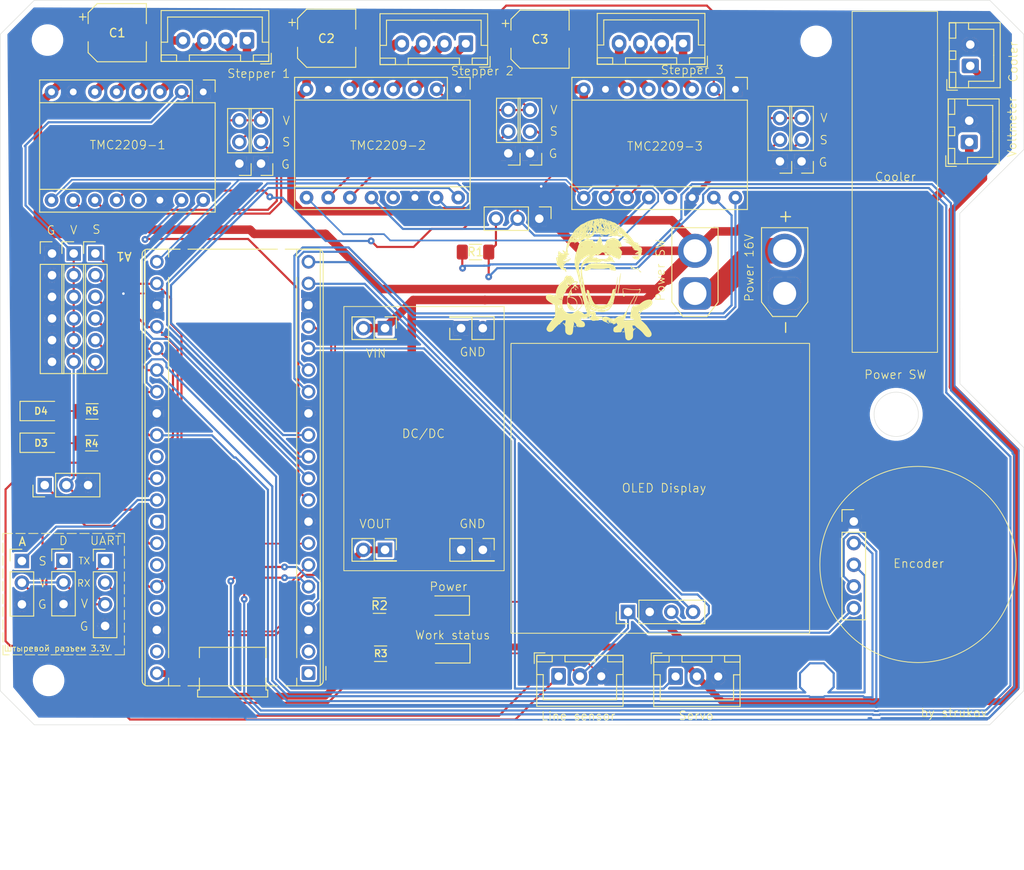
<source format=kicad_pcb>
(kicad_pcb (version 20241229) (generator "pcbnew") (generator_version "9.0")
  (layers (0 "F.Cu" signal) (2 "B.Cu" signal) (13 "F.Paste" user) (15 "B.Paste" user) (5 "F.SilkS" user "F.Silkscreen") (7 "B.SilkS" user "B.Silkscreen") (1 "F.Mask" user) (3 "B.Mask" user) (25 "Edge.Cuts" user))
  (net 0 "")
  (net 2 "GND")
  (net 3 "UARTMOT-TX")
  (net 4 "5V")
  (net 6 "LINE-SENSOR")
  (net 8 "DIR-1")
  (net 9 "ANALOG-CONN")
  (net 10 "PDN")
  (net 11 "UART1-TX")
  (net 12 "DIR-2")
  (net 13 "SCL")
  (net 14 "UART1-RX")
  (net 15 "GPIO18")
  (net 16 "EN")
  (net 17 "SDA")
  (net 18 "STEP-2")
  (net 19 "GPIO21")
  (net 20 "GPIO17")
  (net 22 "3V3")
  (net 23 "GPIO22")
  (net 24 "GPIO19")
  (net 25 "A2")
  (net 26 "DIR-3")
  (net 28 "STEP-3")
  (net 30 "STEP-1")
  (net 32 "GPIO20")
  (net 33 "SERVO")
  (net 35 "M1-1B")
  (net 36 "16V")
  (net 37 "M1-2B")
  (net 38 "M1-1A")
  (net 39 "MS2-1")
  (net 40 "MS1-1")
  (net 41 "M1-2A")
  (net 42 "M2-1B")
  (net 43 "M3-2A")
  (net 44 "M2-1A")
  (net 46 "MS1-2")
  (net 47 "MS2-2")
  (net 48 "MS2-3")
  (net 49 "M3-2B")
  (net 51 "MS1-3")
  (net 52 "M3-1B")
  (net 53 "M3-1A")
  (net 54 "Net-(D1-A)")
  (net 55 "Net-(D2-A)")
  (net 56 "Net-(D3-A)")
  (net 57 "Net-(D4-A)")
  (net 58 "M2-2A")
  (net 59 "M2-2B")
  (net 60 "VIN")
  (net 61 "DIG-CONN")
  (net 62 "UARTMOT-RX")
  (footprint "Capacitor_SMD:CP_Elec_6.3x7.7" (layer "F.Cu") (at 132.92 66.5175)
    (property "Reference" "C1")
    (property "Value" "100uF 25V")
  )
  (footprint "Connector_PinHeader_2.54mm:PinHeader_1x03_P2.54mm_Vertical" (layer "F.Cu") (at 126.62 128.4625)
    (property "Reference" "J14" (hide yes))
    (property "Value" "Digital connector" (hide yes))
  )
  (footprint "Resistor_SMD:R_1206_3216Metric_Pad1.30x1.75mm_HandSolder" (layer "F.Cu") (at 174.9175 92.25)
    (property "Reference" "R1")
    (property "Value" "2.2k")
  )
  (footprint "Connector_JST:JST_XH_B3B-XH-A_1x03_P2.50mm_Vertical" (layer "F.Cu") (at 198.37 142.035)
    (property "Reference" "J11" (hide yes))
    (property "Value" "Servo" (hide yes))
  )
  (footprint "Connector_PinHeader_2.54mm:PinHeader_1x03_P2.54mm_Vertical" (layer "F.Cu") (at 147.235 81.8775 180)
    (property "Reference" "J2" (hide yes))
    (property "Value" "MS1-1 setup")
  )
  (footprint "LED_SMD:LED_1206_3216Metric_Pad1.42x1.75mm_HandSolder" (layer "F.Cu") (at 123.9825 110.895)
    (property "Reference" "D4")
    (property "Value" "LED2" (hide yes))
  )
  (footprint "Connector_PinHeader_2.54mm:PinHeader_1x03_P2.54mm_Vertical" (layer "F.Cu") (at 182.3929 88.3344 -90)
    (property "Reference" "J28" (hide yes))
    (property "Value" "UART conn" (hide yes))
  )
  (footprint "Connector_JST:JST_XH_B4B-XH-A_1x04_P2.50mm_Vertical" (layer "F.Cu") (at 148.125 67.4325 180)
    (property "Reference" "J1" (hide yes))
    (property "Value" "Stepper 1 connector" (hide yes))
  )
  (footprint "Connector_PinHeader_2.54mm:PinHeader_1x05_P2.54mm_Vertical" (layer "F.Cu") (at 219.2625 123.8475)
    (property "Reference" "J16" (hide yes))
    (property "Value" "Encoder connector" (hide yes))
  )
  (footprint "Module:Pololu_Breakout-16_15.2x20.3mm" (layer "F.Cu") (at 172.89 73.16 -90)
    (property "Reference" "A3" (hide yes))
    (property "Value" "TMC2209-2" (hide yes))
  )
  (footprint "Connector_JST:JST_XH_B2B-XH-A_1x02_P2.50mm_Vertical" (layer "F.Cu") (at 232.9175 70.4125 90)
    (property "Reference" "J19" (hide yes))
    (property "Value" "Cooler" (hide yes))
  )
  (footprint "Connector_JST:JST_XH_B4B-XH-A_1x04_P2.50mm_Vertical" (layer "F.Cu") (at 173.78 67.805 180)
    (property "Reference" "J4" (hide yes))
    (property "Value" "Stepper 2 connector" (hide yes))
  )
  (footprint "Connector_PinHeader_2.54mm:PinHeader_1x06_P2.54mm_Vertical" (layer "F.Cu") (at 125.275 92.4225)
    (property "Reference" "J25" (hide yes))
    (property "Value" "GND connector" (hide yes))
  )
  (footprint "Connector_JST:JST_XH_B3B-XH-A_1x03_P2.50mm_Vertical" (layer "F.Cu") (at 184.6575 142.0125)
    (property "Reference" "J12" (hide yes))
    (property "Value" "LINE-SENSOR" (hide yes))
  )
  (footprint "LED_SMD:LED_1206_3216Metric_Pad1.42x1.75mm_HandSolder" (layer "F.Cu") (at 171.7475 133.7175 180)
    (property "Reference" "D1" (hide yes))
    (property "Value" "Power LED" (hide yes))
  )
  (footprint "Connector_PinHeader_2.54mm:PinHeader_1x03_P2.54mm_Vertical" (layer "F.Cu") (at 210.6025 81.6175 180)
    (property "Reference" "J8" (hide yes))
    (property "Value" "MS1-3 setup")
  )
  (footprint "Connector_JST:JST_XH_B2B-XH-A_1x02_P2.50mm_Vertical" (layer "F.Cu") (at 232.795 79.345 90)
    (property "Reference" "J17" (hide yes))
    (property "Value" "Voltmeter" (hide yes))
  )
  (footprint "Connector_PinHeader_2.54mm:PinHeader_1x04_P2.54mm_Vertical" (layer "F.Cu") (at 131.4975 128.4825)
    (property "Reference" "J15" (hide yes))
    (property "Value" "UART connector" (hide yes))
  )
  (footprint "Connector_PinHeader_2.54mm:PinHeader_1x03_P2.54mm_Vertical" (layer "F.Cu") (at 181.3 80.6675 180)
    (property "Reference" "J6" (hide yes))
    (property "Value" "MS2-2 setup")
  )
  (footprint "Connector_AMASS:AMASS_XT30U-F_1x02_P5.0mm_Vertical" (layer "F.Cu") (at 211.1581 97.0992 90)
    (property "Reference" "J10" (hide yes))
    (property "Value" "XT30" (hide yes))
  )
  (footprint "Resistor_SMD:R_1206_3216Metric_Pad1.30x1.75mm_HandSolder" (layer "F.Cu") (at 163.7935 139.3605)
    (property "Reference" "R3")
    (property "Value" "R100")
  )
  (footprint "Capacitor_SMD:CP_Elec_6.3x7.7" (layer "F.Cu") (at 182.4825 67.28)
    (property "Reference" "C3")
    (property "Value" "100uF 25V")
  )
  (footprint "LED_SMD:LED_1206_3216Metric_Pad1.42x1.75mm_HandSolder" (layer "F.Cu") (at 123.9825 114.6175)
    (property "Reference" "D3")
    (property "Value" "LED1" (hide yes))
  )
  (footprint "Connector_AMASS:AMASS_XT30U-F_1x02_P5.0mm_Vertical" (layer "F.Cu") (at 200.6425 97.1025 90)
    (property "Reference" "SW1" (hide yes))
    (property "Value" "Power SW" (hide yes))
  )
  (footprint "Resistor_SMD:R_1206_3216Metric_Pad1.30x1.75mm_HandSolder" (layer "F.Cu") (at 129.9626 110.9458 180)
    (property "Reference" "R5")
    (property "Value" "R100" (hide yes))
  )
  (footprint "Connector_PinHeader_2.54mm:PinHeader_1x03_P2.54mm_Vertical" (layer "F.Cu") (at 149.775 81.875 180)
    (property "Reference" "J3" (hide yes))
    (property "Value" "MS2-1 setup")
  )
  (footprint "Connector_PinHeader_2.54mm:PinHeader_1x06_P2.54mm_Vertical" (layer "F.Cu") (at 127.815 92.42)
    (property "Reference" "J26" (hide yes))
    (property "Value" "3V3 connector" (hide yes))
  )
  (footprint "LED_SMD:LED_1206_3216Metric_Pad1.42x1.75mm_HandSolder" (layer "F.Cu") (at 171.811 139.3155 180)
    (property "Reference" "D2" (hide yes))
    (property "Value" "Status LED" (hide yes))
  )
  (footprint "LOGO" (layer "F.Cu") (at 189.5425 94.955)
    (property "Reference" "G***" (hide yes))
    (property "Value" "LOGO" (hide yes))
  )
  (footprint "Module:Pololu_Breakout-16_15.2x20.3mm" (layer "F.Cu") (at 205.39 73.16 -90)
    (property "Reference" "A4" (hide yes))
    (property "Value" "TMC2209-3" (hide yes))
  )
  (footprint "MountingHole:MountingHole_3.2mm_M3" (layer "F.Cu") (at 214.8125 67.515)
    (property "Reference" "H1" (hide yes))
    (property "Value" "Mount hole" (hide yes))
  )
  (footprint "Connector_PinSocket_2.54mm:PinSocket_2x01_P2.54mm_Vertical" (layer "F.Cu") (at 164.31 101.18)
    (property "Reference" "J21" (hide yes))
    (property "Value" "DC/DC VIN +" (hide yes))
  )
  (footprint "Module:Pololu_Breakout-16_15.2x20.3mm" (layer "F.Cu") (at 143 73.465 -90)
    (property "Reference" "A2" (hide yes))
    (property "Value" "TMC2209-1" (hide yes))
  )
  (footprint "Connector_PinHeader_2.54mm:PinHeader_1x03_P2.54mm_Vertical" (layer "F.Cu") (at 213.1425 81.615 180)
    (property "Reference" "J9" (hide yes))
    (property "Value" "MS2-3 setup")
  )
  (footprint "Connector_PinHeader_2.54mm:PinHeader_1x04_P2.54mm_Vertical" (layer "F.Cu") (at 192.7975 134.46 90)
    (property "Reference" "J18" (hide yes))
    (property "Value" "OLED I2C connector" (hide yes))
  )
  (footprint "MountingHole:MountingHole_3.2mm_M3" (layer "F.Cu") (at 124.8725 142.495)
    (property "Reference" "H4" (hide yes))
    (property "Value" "Mount hole" (hide yes))
  )
  (footprint "Resistor_SMD:R_1206_3216Metric_Pad1.30x1.75mm_HandSolder" (layer "F.Cu") (at 129.92 114.6659 180)
    (property "Reference" "R4")
    (property "Value" "R100" (hide yes))
  )
  (footprint "Connector_PinHeader_2.54mm:PinHeader_1x06_P2.54mm_Vertical" (layer "F.Cu") (at 130.355 92.42)
    (property "Reference" "J20" (hide yes))
    (property "Value" "GPIO connector" (hide yes))
  )
  (footprint "Capacitor_SMD:CP_Elec_6.3x7.7" (layer "F.Cu") (at 157.4675 67.17)
    (property "Reference" "C2")
    (property "Value" "100uF 25V")
  )
  (footprint "Connector_JST:JST_XH_B4B-XH-A_1x04_P2.50mm_Vertical" (layer "F.Cu") (at 199.25 67.7675 180)
    (property "Reference" "J7" (hide yes))
    (property "Value" "Stepper 3 connector" (hide yes))
  )
  (footprint "Module:RaspberryPi_Pico_Common_THT" (layer "F.Cu") (at 155.34 141.6525 180)
    (property "Reference" "A1")
    (property "Value" "RaspberryPi_Pico")
  )
  (footprint "Connector_PinSocket_2.54mm:PinSocket_2x01_P2.54mm_Vertical" (layer "F.Cu") (at 164.31 127.18)
    (property "Reference" "J22" (hide yes))
    (property "Value" "DC/DC OUT +" (hide yes))
  )
  (footprint "Connector_PinHeader_2.54mm:PinHeader_1x03_P2.54mm_Vertical" (layer "F.Cu") (at 124.42 119.585 90)
    (property "Reference" "J27" (hide yes))
    (property "Value" "Analog connector 2" (hide yes))
  )
  (footprint "Connector_PinHeader_2.54mm:PinHeader_1x03_P2.54mm_Vertical" (layer "F.Cu") (at 178.76 80.67 180)
    (property "Reference" "J5" (hide yes))
    (property "Value" "MS1-2 setup")
  )
  (footprint "Connector_PinSocket_2.54mm:PinSocket_2x01_P2.54mm_Vertical" (layer "F.Cu") (at 175.78 127.18)
    (property "Reference" "J24" (hide yes))
    (property "Value" "DC/DC VOUT -" (hide yes))
  )
  (footprint "Connector_PinHeader_2.54mm:PinHeader_1x03_P2.54mm_Vertical" (layer "F.Cu") (at 121.7425 128.4875)
    (property "Reference" "J13" (hide yes))
    (property "Value" "Analog connector" (hide yes))
  )
  (footprint "MountingHole:MountingHole_3.2mm_M3" (layer "F.Cu") (at 124.7425 67.385)
    (property "Reference" "H2" (hide yes))
    (property "Value" "Mount hole" (hide yes))
  )
  (footprint "Connector_PinSocket_2.54mm:PinSocket_2x01_P2.54mm_Vertical" (layer "F.Cu") (at 173.23 101.18 180)
    (property "Reference" "J23" (hide yes))
    (property "Value" "DC/DC VIN -" (hide yes))
  )
  (footprint "MountingHole:MountingHole_3.2mm_M3" (layer "F.Cu") (at 214.93 142.465)
    (property "Reference" "H3" (hide yes))
    (property "Value" "Mount hole" (hide yes))
  )
  (footprint "Resistor_SMD:R_1206_3216Metric_Pad1.30x1.75mm_HandSolder" (layer "F.Cu") (at 163.656 133.7175)
    (property "Reference" "R2")
    (property "Value" "2.2k")
  )
  (gr_rect (start 159.479 98.64) (end 178.275 129.628) (stroke (width 0.1)) (fill no) (layer "F.SilkS"))
  (gr_circle (center 226.7833 128.8959) (end 238.2833 128.8959) (stroke (width 0.1)) (fill no) (layer "F.SilkS"))
  (gr_rect (start 119.53125 125.2575) (end 133.75375 139.4925) (stroke (width 0.1) (type dash)) (fill no) (layer "F.SilkS"))
  (gr_rect (start 219.0725 64.015) (end 229.0725 104.015) (stroke (width 0.1)) (fill no) (layer "F.SilkS"))
  (gr_rect (start 179.0815 102.964) (end 214.0815 136.964) (stroke (width 0.1)) (fill no) (layer "F.SilkS"))
  (gr_poly (pts (xy 235.2 147.7025) (xy 239.2 143.7025) (xy 239.21 115.2025) (xy 231.71 107.7025) (xy 231.6925 87.7075) (xy 239.205 80.2075) (xy 239.1925 66.71) (xy 235.1925 62.71) (xy 123.2 62.71) (xy 119.2 66.71) (xy 119.2 143.71) (xy 123.2 147.71)) (stroke (width 0.05)) (fill no) (layer "Edge.Cuts"))
  (gr_circle (center 224.2375 111.2825) (end 226.8375 111.2825) (stroke (width 0.05)) (fill no) (layer "Edge.Cuts"))
  (gr_text "V\n" (at 183.61 76.17 0) (layer "F.SilkS") (effects (font (size 1 1) (thickness 0.1)) (justify left bottom)))
  (gr_text "S" (at 129.935 90.19 0) (layer "F.SilkS") (effects (font (size 1 1) (thickness 0.1)) (justify left bottom)))
  (gr_text "G\n" (at 152.075 82.5525 0) (layer "F.SilkS") (effects (font (size 1 1) (thickness 0.1)) (justify left bottom)))
  (gr_text "S" (at 183.545 78.675 0) (layer "F.SilkS") (effects (font (size 1 1) (thickness 0.1)) (justify left bottom)))
  (gr_text "Work status" (at 167.765 137.7625 0) (layer "F.SilkS") (effects (font (size 1 1) (thickness 0.1)) (justify left bottom)))
  (gr_text "Stepper 3" (at 196.575 71.4725 0) (layer "F.SilkS") (effects (font (size 1 1) (thickness 0.1)) (justify left bottom)))
  (gr_text "G\n" (at 215.085 82.305 0) (layer "F.SilkS") (effects (font (size 1 1) (thickness 0.1)) (justify left bottom)))
  (gr_text "V\n" (at 152.2475 77.4325 0) (layer "F.SilkS") (effects (font (size 1 1) (thickness 0.1)) (justify left bottom)))
  (gr_text "OLED Display" (at 192 120.52 0) (layer "F.SilkS") (effects (font (size 1 1) (thickness 0.1)) (justify left bottom)))
  (gr_text "G" (at 124.585 90.2825 0) (layer "F.SilkS") (effects (font (size 1 1) (thickness 0.1)) (justify left bottom)))
  (gr_text "Cooler" (at 221.67 84.015 0) (layer "F.SilkS") (effects (font (size 1 1) (thickness 0.1)) (justify left bottom)))
  (gr_text "TX" (at 128.3025 128.945 0) (layer "F.SilkS") (effects (font (size 0.8 0.8) (thickness 0.1)) (justify left bottom)))
  (gr_text "V\n" (at 123.6875 131.6525 0) (layer "F.SilkS") (effects (font (size 1 1) (thickness 0.1)) (justify left bottom)))
  (gr_text "by strukov" (at 227.03 146.865 0) (layer "F.SilkS") (effects (font (size 1 1) (thickness 0.1)) (justify left bottom)))
  (gr_text "GND" (at 173 104.565 0) (layer "F.SilkS") (effects (font (size 1 1) (thickness 0.1)) (justify left bottom)))
  (gr_text "G\n" (at 183.4375 81.29 0) (layer "F.SilkS") (effects (font (size 1 1) (thickness 0.1)) (justify left bottom)))
  (gr_text "VIN" (at 162.0025 104.7175 0) (layer "F.SilkS") (effects (font (size 1 1) (thickness 0.1)) (justify left bottom)))
  (gr_text "RX" (at 128.1525 131.565 0) (layer "F.SilkS") (effects (font (size 0.8 0.8) (thickness 0.1)) (justify left bottom)))
  (gr_text "Line sensor" (at 182.5425 147.2575 0) (layer "F.SilkS") (effects (font (size 1 1) (thickness 0.1)) (justify left bottom)))
  (gr_text "A" (at 121.2625 126.8 0) (layer "F.SilkS") (effects (font (size 1 1)) (justify left bottom)))
  (gr_text "Power SW" (at 220.425 107.2125 0) (layer "F.SilkS") (effects (font (size 1 1) (thickness 0.1)) (justify left bottom)))
  (gr_text "Power 16V" (at 207.59 98.1475 90) (layer "F.SilkS") (effects (font (size 1 1) (thickness 0.1)) (justify left bottom)))
  (gr_text "V\n" (at 215.2675 77.105 0) (layer "F.SilkS") (effects (font (size 1 1) (thickness 0.1)) (justify left bottom)))
  (gr_text "V" (at 128.5825 134.075 0) (layer "F.SilkS") (effects (font (size 1 1) (thickness 0.1)) (justify left bottom)))
  (gr_text "Штыревой разъем 3.3V" (at 119.5525 139.15 0) (layer "F.SilkS") (effects (font (size 0.7 0.7) (thickness 0.1)) (justify left bottom)))
  (gr_text "TMC2209-1" (at 129.62 80.275 0) (layer "F.SilkS") (effects (font (size 1 1) (thickness 0.1)) (justify left bottom)))
  (gr_text "G\n" (at 123.5625 134.1675 0) (layer "F.SilkS") (effects (font (size 1 1) (thickness 0.1)) (justify left bottom)))
  (gr_text "Encoder" (at 223.8275 129.3675 0) (layer "F.SilkS") (effects (font (size 1 1) (thickness 0.1)) (justify left bottom)))
  (gr_text "GND" (at 172.97 124.71 0) (layer "F.SilkS") (effects (font (size 1 1) (thickness 0.1)) (justify left bottom)))
  (gr_text "V" (at 127.32 90.255 0) (layer "F.SilkS") (effects (font (size 1 1) (thickness 0.1)) (justify left bottom)))
  (gr_text "S" (at 152.1825 79.9375 0) (layer "F.SilkS") (effects (font (size 1 1) (thickness 0.1)) (justify left bottom)))
  (gr_text "TMC2209-3" (at 192.6025 80.43 0) (layer "F.SilkS") (effects (font (size 1 1) (thickness 0.1)) (justify left bottom)))
  (gr_text "S" (at 215.1925 79.69 0) (layer "F.SilkS") (effects (font (size 1 1) (thickness 0.1)) (justify left bottom)))
  (gr_text "Stepper 2" (at 171.955 71.595 0) (layer "F.SilkS") (effects (font (size 1 1) (thickness 0.1)) (justify left bottom)))
  (gr_text "TMC2209-2" (at 160.145 80.3325 0) (layer "F.SilkS") (effects (font (size 1 1) (thickness 0.1)) (justify left bottom)))
  (gr_text "Voltmeter" (at 238.4075 81.1925 90) (layer "F.SilkS") (effects (font (size 1 1) (thickness 0.1)) (justify left bottom)))
  (gr_text "S" (at 123.6275 129.0875 0) (layer "F.SilkS") (effects (font (size 1 1) (thickness 0.1)) (justify left bottom)))
  (gr_text "Power" (at 169.465 132.075 0) (layer "F.SilkS") (effects (font (size 1 1) (thickness 0.1)) (justify left bottom)))
  (gr_text "UART" (at 129.67 126.685 0) (layer "F.SilkS") (effects (font (size 1 1) (thickness 0.1)) (justify left bottom)))
  (gr_text "Stepper 1" (at 145.75 71.8975 0) (layer "F.SilkS") (effects (font (size 1 1) (thickness 0.1)) (justify left bottom)))
  (gr_text "VOUT" (at 161.235 124.725 0) (layer "F.SilkS") (effects (font (size 1 1) (thickness 0.1)) (justify left bottom)))
  (gr_text "G" (at 128.465 136.7425 0) (layer "F.SilkS") (effects (font (size 1 1) (thickness 0.1)) (justify left bottom)))
  (gr_text "Power SW" (at 197.1775 98.08 90) (layer "F.SilkS") (effects (font (size 1 1) (thickness 0.1)) (justify left bottom)))
  (gr_text "Cooler" (at 238.5425 72.41 90) (layer "F.SilkS") (effects (font (size 1 1) (thickness 0.1)) (justify left bottom)))
  (gr_text "Servo\n" (at 198.6675 147.2125 0) (layer "F.SilkS") (effects (font (size 1 1) (thickness 0.1)) (justify left bottom)))
  (gr_text "DC/DC" (at 166.22 114.134 0) (layer "F.SilkS") (effects (font (size 1 1) (thickness 0.1)) (justify left bottom)))
  (gr_text "D" (at 126.035 126.6975 0) (layer "F.SilkS") (effects (font (size 1 1) (thickness 0.1)) (justify left bottom)))
  (segment (start 155.34 98.4725) (end 158.46 101.5925) (width 0.2) (layer "F.Cu") (net 2))
  (segment (start 182.7575 76.8175) (end 180.6975 76.8175) (width 0.2) (layer "F.Cu") (net 2))
  (segment (start 210.6025 81.6175) (end 204.5525 81.6175) (width 0.5) (layer "F.Cu") (net 2))
  (segment (start 158.46 101.5925) (end 158.46 133.4525) (width 0.2) (layer "F.Cu") (net 2))
  (segment (start 158.46 133.4525) (end 155.34 136.5725) (width 0.2) (layer "F.Cu") (net 2))
  (segment (start 122.495 107.9025) (end 125.275 105.1225) (width 0.2) (layer "F.Cu") (net 2))
  (segment (start 135.355 66.5675) (end 134.5375 66.5675) (width 0.2) (layer "F.Cu") (net 2))
  (segment (start 122.495 114.6175) (end 122.495 110.895) (width 0.2) (layer "F.Cu") (net 2))
  (segment (start 186.9685 139.3235) (end 189.6575 142.0125) (width 0.2) (layer "F.Cu") (net 2))
  (segment (start 173.235 127.185) (end 173.24 127.18) (width 0.2) (layer "F.Cu") (net 2))
  (segment (start 173.235 133.7175) (end 173.235 127.185) (width 0.2) (layer "F.Cu") (net 2))
  (segment (start 136.1975 97.11) (end 133.65 97.11) (width 0.2) (layer "F.Cu") (net 2))
  (segment (start 185.1825 67.28) (end 190.15 72.2475) (width 1) (layer "F.Cu") (net 2))
  (segment (start 134.5375 66.5675) (end 134.5375 66.6875) (width 0.2) (layer "F.Cu") (net 2))
  (segment (start 122.495 110.895) (end 122.495 107.9025) (width 0.2) (layer "F.Cu") (net 2))
  (segment (start 182.61895 84.54395) (end 184.2925 82.8704) (width 0.2) (layer "F.Cu") (net 2))
  (segment (start 173.3065 139.3235) (end 186.9685 139.3235) (width 0.2) (layer "F.Cu") (net 2))
  (segment (start 173.2985 139.3155) (end 173.3065 139.3235) (width 0.2) (layer "F.Cu") (net 2))
  (segment (start 184.2925 78.3525) (end 182.7575 76.8175) (width 0.2) (layer "F.Cu") (net 2))
  (segment (start 195.3375 134.46) (end 194.1525 133.275) (width 0.2) (layer "F.Cu") (net 2))
  (segment (start 195.795 134.46) (end 195.3375 134.46) (width 0.8) (layer "F.Cu") (net 2))
  (segment (start 157.65 69.6875) (end 157.65 73.16) (width 1) (layer "F.Cu") (net 2))
  (segment (start 203.37 142.035) (end 195.795 134.46) (width 0.8) (layer "F.Cu") (net 2))
  (segment (start 190.15 72.2475) (end 190.15 73.16) (width 1) (layer "F.Cu") (net 2))
  (segment (start 203.37 142.035) (end 202.9125 142.035) (width 0.2) (layer "F.Cu") (net 2))
  (segment (start 180.1 77.415) (end 180.1 79.4675) (width 0.2) (layer "F.Cu") (net 2))
  (segment (start 135.3675 66.58) (end 135.355 66.5675) (width 0.2) (layer "F.Cu") (net 2))
  (segment (start 134.5375 66.6875) (end 127.76 73.465) (width 1) (layer "F.Cu") (net 2))
  (segment (start 184.2925 82.8704) (end 184.2925 78.3525) (width 0.2) (layer "F.Cu") (net 2))
  (segment (start 173.6775 133.275) (end 173.235 133.7175) (width 0.2) (layer "F.Cu") (net 2))
  (segment (start 180.1 79.4675) (end 181.3 80.6675) (width 0.2) (layer "F.Cu") (net 2))
  (segment (start 160.1675 67.17) (end 157.65 69.6875) (width 1) (layer "F.Cu") (net 2))
  (segment (start 194.1525 133.275) (end 173.6775 133.275) (width 0.2) (layer "F.Cu") (net 2))
  (segment (start 204.5525 81.6175) (end 200.31 85.86) (width 0.5) (layer "F.Cu") (net 2))
  (segment (start 180.6975 76.8175) (end 180.1 77.415) (width 0.2) (layer "F.Cu") (net 2))
  (segment (start 137.56 98.4725) (end 136.1975 97.11) (width 0.2) (layer "F.Cu") (net 2))
  (via (at 182.61895 84.54395) (size 0.8) (drill 0.3) (layers "F.Cu" "B.Cu") (net 2))
  (via (at 133.6425 97.1275) (size 0.8) (drill 0.3) (layers "F.Cu" "B.Cu") (net 2))
  (segment (start 133.6475 90.4375) (end 137.92 86.165) (width 0.2) (layer "B.Cu") (net 2))
  (segment (start 231.081 78.559) (end 231.081 107.971) (width 0.2) (layer "B.Cu") (net 2))
  (segment (start 231.081 107.971) (end 238.599347 115.489347) (width 0.2) (layer "B.Cu") (net 2))
  (segment (start 232.795 76.845) (end 231.081 78.559) (width 0.2) (layer "B.Cu") (net 2))
  (segment (start 203.37 142.035) (end 202.044 140.709) (width 0.2) (layer "B.Cu") (net 2))
  (segment (start 238.599347 115.489347) (end 238.599347 142.714246) (width 0.2) (layer "B.Cu") (net 2))
  (segment (start 148.094833 147.107333) (end 137.56 136.5725) (width 0.2) (layer "B.Cu") (net 2))
  (segment (start 156.892 125.4245) (end 155.34 123.8725) (width 0.2) (layer "B.Cu") (net 2))
  (segment (start 155.34 136.5725) (end 156.892 135.0205) (width 0.2) (layer "B.Cu") (net 2))
  (segment (start 133.6425 97.1275) (end 133.6425 90.4375) (width 0.2) (layer "B.Cu") (net 2))
  (segment (start 133.6425 107.255) (end 133.6425 97.1275) (width 0.2) (layer "B.Cu") (net 2))
  (segment (start 238.599347 142.714246) (end 238.599116 143.373649) (width 0.2) (layer "B.Cu") (net 2))
  (segment (start 238.599116 143.373649) (end 234.871243 147.101522) (width 0.2) (layer "B.Cu") (net 2))
  (segment (start 234.871243 147.101522) (end 148.094833 147.107333) (width 0.2) (layer "B.Cu") (net 2))
  (segment (start 155.34 111.1725) (end 157.02 112.8525) (width 0.2) (layer "B.Cu") (net 2))
  (segment (start 182.3929 84.77) (end 182.3929 88.3344) (width 0.2) (layer "B.Cu") (net 2))
  (segment (start 156.892 135.0205) (end 156.892 125.4245) (width 0.2) (layer "B.Cu") (net 2))
  (segment (start 190.961 140.709) (end 189.6575 142.0125) (width 0.2) (layer "B.Cu") (net 2))
  (segment (start 182.61895 84.54395) (end 182.3929 84.77) (width 0.2) (layer "B.Cu") (net 2))
  (segment (start 157.02 122.1925) (end 155.34 123.8725) (width 0.2) (layer "B.Cu") (net 2))
  (segment (start 202.044 140.709) (end 190.961 140.709) (width 0.2) (layer "B.Cu") (net 2))
  (segment (start 137.56 111.1725) (end 133.6425 107.255) (width 0.2) (layer "B.Cu") (net 2))
  (segment (start 133.6425 90.4375) (end 133.6475 90.4375) (width 0.2) (layer "B.Cu") (net 2))
  (segment (start 157.02 112.8525) (end 157.02 122.1925) (width 0.2) (layer "B.Cu") (net 2))
  (segment (start 173.3675 92.25) (end 173.3675 94.1075) (width 0.25) (layer "F.Cu") (net 3))
  (segment (start 147.895 129.1875) (end 146.235 130.8475) (width 0.25) (layer "F.Cu") (net 3))
  (segment (start 152.5275 129.1875) (end 147.895 129.1875) (width 0.25) (layer "F.Cu") (net 3))
  (segment (start 173.3675 94.1075) (end 173.4025 94.1425) (width 0.25) (layer "F.Cu") (net 3))
  (via (at 173.4025 94.1425) (size 0.8) (drill 0.3) (layers "F.Cu" "B.Cu") (net 3))
  (via (at 146.235 130.8475) (size 0.8) (drill 0.3) (layers "F.Cu" "B.Cu") (net 3))
  (via (at 152.5275 129.1875) (size 0.8) (drill 0.3) (layers "F.Cu" "B.Cu") (net 3))
  (segment (start 193.721095 93.6915) (end 199.05 88.362595) (width 0.25) (layer "B.Cu") (net 3))
  (segment (start 234.89681 146.4735) (end 222.33743 146.4735) (width 0.25) (layer "B.Cu") (net 3))
  (segment (start 237.881095 115.706095) (end 237.881095 115.873285) (width 0.25) (layer "B.Cu") (net 3))
  (segment (start 199.05 85.527595) (end 200.294595 84.283) (width 0.25) (layer "B.Cu") (net 3))
  (segment (start 230.655 108.48) (end 237.881095 115.706095) (width 0.25) (layer "B.Cu") (net 3))
  (segment (start 146.235 143.14531) (end 146.235 130.8475) (width 0.25) (layer "B.Cu") (net 3))
  (segment (start 173.6875 93.8575) (end 175.927202 93.8575) (width 0.25) (layer "B.Cu") (net 3))
  (segment (start 238.0785 143.29181) (end 234.89681 146.4735) (width 0.25) (layer "B.Cu") (net 3))
  (segment (start 149.56319 146.4735) (end 146.235 143.14531) (width 0.25) (layer "B.Cu") (net 3))
  (segment (start 176.51 93.8525) (end 176.6625 93.7) (width 0.25) (layer "B.Cu") (net 3))
  (segment (start 176.961798 93.6915) (end 193.721095 93.6915) (width 0.25) (layer "B.Cu") (net 3))
  (segment (start 238.0785 116.07069) (end 238.0785 143.29181) (width 0.25) (layer "B.Cu") (net 3))
  (segment (start 152.5275 129.1875) (end 153.982595 129.1875) (width 0.25) (layer "B.Cu") (net 3))
  (segment (start 221.53238 146.53131) (end 221.47457 146.4735) (width 0.25) (layer "B.Cu") (net 3))
  (segment (start 173.4025 94.1425) (end 173.6875 93.8575) (width 0.25) (layer "B.Cu") (net 3))
  (segment (start 221.47457 146.4735) (end 149.56319 146.4735) (width 0.25) (layer "B.Cu") (net 3))
  (segment (start 199.05 88.362595) (end 199.05 85.527595) (width 0.25) (layer "B.Cu") (net 3))
  (segment (start 176.953298 93.7) (end 176.961798 93.6915) (width 0.25) (layer "B.Cu") (net 3))
  (segment (start 222.27962 146.53131) (end 221.53238 146.53131) (width 0.25) (layer "B.Cu") (net 3))
  (segment (start 200.294595 84.283) (end 228.416937 84.283) (width 0.25) (layer "B.Cu") (net 3))
  (segment (start 155.806405 130.3665) (end 156.466 131.026095) (width 0.25) (layer "B.Cu") (net 3))
  (segment (start 230.655 86.521063) (end 230.655 108.48) (width 0.25) (layer "B.Cu") (net 3))
  (segment (start 237.881095 115.873285) (end 238.0785 116.07069) (width 0.25) (layer "B.Cu") (net 3))
  (segment (start 222.33743 146.4735) (end 222.27962 146.53131) (width 0.25) (layer "B.Cu") (net 3))
  (segment (start 175.927202 93.8575) (end 175.932202 93.8525) (width 0.25) (layer "B.Cu") (net 3))
  (segment (start 156.466 131.026095) (end 156.466 132.9065) (width 0.25) (layer "B.Cu") (net 3))
  (segment (start 153.982595 129.1875) (end 155.161595 130.3665) (width 0.25) (layer "B.Cu") (net 3))
  (segment (start 155.161595 130.3665) (end 155.806405 130.3665) (width 0.25) (layer "B.Cu") (net 3))
  (segment (start 175.932202 93.8525) (end 176.51 93.8525) (width 0.25) (layer "B.Cu") (net 3))
  (segment (start 176.6625 93.7) (end 176.953298 93.7) (width 0.25) (layer "B.Cu") (net 3))
  (segment (start 156.466 132.9065) (end 155.34 134.0325) (width 0.25) (layer "B.Cu") (net 3))
  (segment (start 228.416937 84.283) (end 230.655 86.521063) (width 0.25) (layer "B.Cu") (net 3))
  (segment (start 232.9175 70.4125) (end 234.496 71.991) (width 0.8) (layer "F.Cu") (net 4))
  (segment (start 197.513634 138.5725) (end 200.87 141.928866) (width 0.8) (layer "F.Cu") (net 4))
  (segment (start 161.77 127.18) (end 159.45 129.5) (width 0.8) (layer "F.Cu") (net 4))
  (segment (start 159.45 142.195) (end 157.3 144.345) (width 0.8) (layer "F.Cu") (net 4))
  (segment (start 160.165 136.7125) (end 175.715 136.7125) (width 0.8) (layer "F.Cu") (net 4))
  (segment (start 236.645397 144.982897) (end 203.817897 144.982897) (width 0.8) (layer "F.Cu") (net 4))
  (segment (start 159.45 135.9975) (end 160.165 136.7125) (width 0.8) (layer "F.Cu") (net 4))
  (segment (start 203.817897 144.982897) (end 200.87 142.035) (width 0.8) (layer "F.Cu") (net 4))
  (segment (start 177.575 138.5725) (end 197.513634 138.5725) (width 0.8) (layer "F.Cu") (net 4))
  (segment (start 230.791173 87.334159) (end 230.791173 108.057879) (width 0.8) (layer "F.Cu") (net 4))
  (segment (start 234.496 83.629332) (end 230.791173 87.334159) (width 0.8) (layer "F.Cu") (net 4))
  (segment (start 238.308869 115.575575) (end 238.299131 143.329163) (width 0.8) (layer "F.Cu") (net 4))
  (segment (start 159.45 135.9975) (end 159.45 142.195) (width 0.8) (layer "F.Cu") (net 4))
  (segment (start 141.308712 141.69) (end 137.49 141.69) (width 0.8) (layer "F.Cu") (net 4))
  (segment (start 234.496 71.991) (end 234.496 83.629332) (width 0.8) (layer "F.Cu") (net 4))
  (segment (start 238.299131 143.329163) (end 236.645397 144.982897) (width 0.8) (layer "F.Cu") (net 4))
  (segment (start 159.45 129.5) (end 159.45 135.9975) (width 0.8) (layer "F.Cu") (net 4))
  (segment (start 200.87 141.928866) (end 200.87 142.035) (width 0.8) (layer "F.Cu") (net 4))
  (segment (start 143.963712 144.345) (end 141.308712 141.69) (width 0.8) (layer "F.Cu") (net 4))
  (segment (start 157.3 144.345) (end 143.963712 144.345) (width 0.8) (layer "F.Cu") (net 4))
  (segment (start 175.715 136.7125) (end 177.575 138.5725) (width 0.8) (layer "F.Cu") (net 4))
  (segment (start 230.791173 108.057879) (end 238.308869 115.575575) (width 0.8) (layer "F.Cu") (net 4))
  (segment (start 161.77 127.18) (end 164.31 127.18) (width 0.8) (layer "F.Cu") (net 4))
  (segment (start 131.1625 116.9575) (end 133.035 118.83) (width 0.25) (layer "F.Cu") (net 6))
  (segment (start 122.962014 116.9575) (end 131.1625 116.9575) (width 0.25) (layer "F.Cu") (net 6))
  (segment (start 120.3825 138.445) (end 119.826 137.8885) (width 0.25) (layer "F.Cu") (net 6))
  (segment (start 134.412724 147.080224) (end 125.7775 138.445) (width 0.25) (layer "F.Cu") (net 6))
  (segment (start 184.6575 142.0125) (end 179.589776 147.080224) (width 0.25) (layer "F.Cu") (net 6))
  (segment (start 119.826 137.8885) (end 119.826 120.093514) (width 0.25) (layer "F.Cu") (net 6))
  (segment (start 125.7775 138.445) (end 120.3825 138.445) (width 0.25) (layer "F.Cu") (net 6))
  (segment (start 119.826 120.093514) (end 122.962014 116.9575) (width 0.25) (layer "F.Cu") (net 6))
  (segment (start 133.035 118.83) (end 137.49 118.83) (width 0.25) (layer "F.Cu") (net 6))
  (segment (start 179.589776 147.080224) (end 134.412724 147.080224) (width 0.25) (layer "F.Cu") (net 6))
  (segment (start 137.093595 102.4265) (end 138.974 102.4265) (width 0.25) (layer "B.Cu") (net 8))
  (segment (start 135.913 93.252) (end 135.913 101.245905) (width 0.25) (layer "B.Cu") (net 8))
  (segment (start 143 86.165) (end 135.913 93.252) (width 0.25) (layer "B.Cu") (net 8))
  (segment (start 138.974 102.4265) (end 155.34 118.7925) (width 0.25) (layer "B.Cu") (net 8))
  (segment (start 135.913 101.245905) (end 137.093595 102.4265) (width 0.25) (layer "B.Cu") (net 8))
  (segment (start 125.7725 124.4575) (end 132.1875 124.4575) (width 0.25) (layer "B.Cu") (net 9))
  (segment (start 121.7425 128.4875) (end 125.7725 124.4575) (width 0.25) (layer "B.Cu") (net 9))
  (segment (start 135.3125 121.3325) (end 137.56 121.3325) (width 0.25) (layer "B.Cu") (net 9))
  (segment (start 132.1875 124.4575) (end 135.3125 121.3325) (width 0.25) (layer "B.Cu") (net 9))
  (segment (start 167.6675 91.6475) (end 169.79 89.525) (width 0.25) (layer "F.Cu") (net 10))
  (segment (start 176.597062 86.42) (end 179.16 86.42) (width 0.25) (layer "F.Cu") (net 10))
  (segment (start 150.0765 85.039) (end 133.966 85.039) (width 0.25) (layer "F.Cu") (net 10))
  (segment (start 179.8529 87.1129) (end 179.8529 88.3344) (width 0.25) (layer "F.Cu") (net 10))
  (segment (start 133.966 85.039) (end 132.84 86.165) (width 0.25) (layer "F.Cu") (net 10))
  (segment (start 173.492062 89.525) (end 176.597062 86.42) (width 0.25) (layer "F.Cu") (net 10))
  (segment (start 163.385 91.6475) (end 167.6675 91.6475) (width 0.25) (layer "F.Cu") (net 10))
  (segment (start 162.6825 90.945) (end 163.385 91.6475) (width 0.25) (layer "F.Cu") (net 10))
  (segment (start 179.16 86.42) (end 179.8529 87.1129) (width 0.25) (layer "F.Cu") (net 10))
  (segment (start 150.8075 85.77) (end 150.0765 85.039) (width 0.25) (layer "F.Cu") (net 10))
  (segment (start 169.79 89.525) (end 173.492062 89.525) (width 0.25) (layer "F.Cu") (net 10))
  (via (at 162.6825 90.945) (size 0.8) (drill 0.3) (layers "F.Cu" "B.Cu") (net 10))
  (via (at 150.8075 85.77) (size 0.8) (drill 0.3) (layers "F.Cu" "B.Cu") (net 10))
  (segment (start 150.92 85.8825) (end 152.2975 85.8825) (width 0.25) (layer "B.Cu") (net 10))
  (segment (start 150.8075 85.77) (end 150.92 85.8825) (width 0.25) (layer "B.Cu") (net 10))
  (segment (start 181.8285 90.31) (end 190.78 90.31) (width 0.25) (layer "B.Cu") (net 10))
  (segment (start 178.6548 89.5325) (end 166.4025 89.5325) (width 0.25) (layer "B.Cu") (net 10))
  (segment (start 152.2975 85.8825) (end 157.36 90.945) (width 0.25) (layer "B.Cu") (net 10))
  (segment (start 166.4025 89.5325) (end 162.73 85.86) (width 0.25) (layer "B.Cu") (net 10))
  (segment (start 179.8529 88.3344) (end 181.8285 90.31) (width 0.25) (layer "B.Cu") (net 10))
  (segment (start 179.8529 88.3344) (end 178.6548 89.5325) (width 0.25) (layer "B.Cu") (net 10))
  (segment (start 190.78 90.31) (end 195.23 85.86) (width 0.25) (layer "B.Cu") (net 10))
  (segment (start 157.36 90.945) (end 162.6825 90.945) (width 0.25) (layer "B.Cu") (net 10))
  (segment (start 151.31 136.7525) (end 152.42 135.6425) (width 0.2) (layer "F.Cu") (net 11))
  (segment (start 131.02074 132.4115) (end 132.3194 132.4115) (width 0.2) (layer "F.Cu") (net 11))
  (segment (start 135.3029 135.395) (end 144.3325 135.395) (width 0.2) (layer "F.Cu") (net 11))
  (segment (start 130.3465 129.6335) (end 130.3465 131.73726) (width 0.2) (layer "F.Cu") (net 11))
  (segment (start 152.42 131.84) (end 155.27 128.99) (width 0.2) (layer "F.Cu") (net 11))
  (segment (start 144.3325 135.395) (end 145.69 136.7525) (width 0.2) (layer "F.Cu") (net 11))
  (segment (start 130.3465 131.73726) (end 131.02074 132.4115) (width 0.2) (layer "F.Cu") (net 11))
  (segment (start 131.4975 128.4825) (end 130.3465 129.6335) (width 0.2) (layer "F.Cu") (net 11))
  (segment (start 152.42 135.6425) (end 152.42 131.84) (width 0.2) (layer "F.Cu") (net 11))
  (segment (start 145.69 136.7525) (end 151.31 136.7525) (width 0.2) (layer "F.Cu") (net 11))
  (segment (start 132.3194 132.4115) (end 135.3029 135.395) (width 0.2) (layer "F.Cu") (net 11))
  (segment (start 139.224 96.130413) (end 139.224 100.574692) (width 0.25) (layer "B.Cu") (net 12))
  (segment (start 172.89 85.86) (end 171.764 84.734) (width 0.25) (layer "B.Cu") (net 12))
  (segment (start 152.361808 113.7125) (end 155.34 113.7125) (width 0.25) (layer "B.Cu") (net 12))
  (segment (start 139.224 100.574692) (end 152.361808 113.7125) (width 0.25) (layer "B.Cu") (net 12))
  (segment (start 150.620413 84.734) (end 139.224 96.130413) (width 0.25) (layer "B.Cu") (net 12))
  (segment (start 171.764 84.734) (end 150.620413 84.734) (width 0.25) (layer "B.Cu") (net 12))
  (segment (start 160.0975 93.43) (end 155.27 93.43) (width 0.25) (layer "B.Cu") (net 13))
  (segment (start 202.275 134.6225) (end 202.275 133.7525) (width 0.25) (layer "B.Cu") (net 13))
  (segment (start 197.8775 134.46) (end 199.0535 135.636) (width 0.25) (layer "B.Cu") (net 13))
  (segment (start 199.0825 132.415) (end 160.0975 93.43) (width 0.25) (layer "B.Cu") (net 13))
  (segment (start 200.9375 132.415) (end 199.0825 132.415) (width 0.25) (layer "B.Cu") (net 13))
  (segment (start 199.0535 135.636) (end 201.2615 135.636) (width 0.25) (layer "B.Cu") (net 13))
  (segment (start 202.275 133.7525) (end 200.9375 132.415) (width 0.25) (layer "B.Cu") (net 13))
  (segment (start 201.2615 135.636) (end 202.275 134.6225) (width 0.25) (layer "B.Cu") (net 13))
  (segment (start 149.243081 126.45) (end 155.27 126.45) (width 0.2) (layer "F.Cu") (net 14))
  (segment (start 143.062081 132.631) (end 149.243081 126.45) (width 0.2) (layer "F.Cu") (net 14))
  (segment (start 131.4975 131.0225) (end 133.106 132.631) (width 0.2) (layer "F.Cu") (net 14))
  (segment (start 133.106 132.631) (end 143.062081 132.631) (width 0.2) (layer "F.Cu") (net 14))
  (segment (start 137.49 101.05) (end 136.445 101.05) (width 0.25) (layer "F.Cu") (net 15))
  (segment (start 138.444 117.416) (end 139.9965 115.8635) (width 0.25) (layer "F.Cu") (net 15))
  (segment (start 136.445 101.05) (end 130.355 94.96) (width 0.25) (layer "F.Cu") (net 15))
  (segment (start 139.9965 103.5565) (end 137.49 101.05) (width 0.25) (layer "F.Cu") (net 15))
  (segment (start 131.47 114.6659) (end 134.2201 117.416) (width 0.25) (layer "F.Cu") (net 15))
  (segment (start 134.2201 117.416) (end 138.444 117.416) (width 0.25) (layer "F.Cu") (net 15))
  (segment (start 139.9965 115.8635) (end 139.9965 103.5565) (width 0.25) (layer "F.Cu") (net 15))
  (segment (start 187.61 85.86) (end 185.519 83.769) (width 0.2) (layer "B.Cu") (net 16))
  (segment (start 196.331 85.40395) (end 195.68605 84.759) (width 0.2) (layer "B.Cu") (net 16))
  (segment (start 164.9275 90.8925) (end 191.75455 90.8925) (width 0.2) (layer "B.Cu") (net 16))
  (segment (start 162.749943 90.1625) (end 162.762443 90.15) (width 0.2) (layer "B.Cu") (net 16))
  (segment (start 162.762443 90.15) (end 164.185 90.15) (width 0.2) (layer "B.Cu") (net 16))
  (segment (start 191.75455 90.8925) (end 196.331 86.31605) (width 0.2) (layer "B.Cu") (net 16))
  (segment (start 159.4125 90.1625) (end 162.749943 90.1625) (width 0.2) (layer "B.Cu") (net 16))
  (segment (start 127.616 83.769) (end 125.22 86.165) (width 0.2) (layer "B.Cu") (net 16))
  (segment (start 196.331 86.31605) (end 196.331 85.40395) (width 0.2) (layer "B.Cu") (net 16))
  (segment (start 195.68605 84.759) (end 188.711 84.759) (width 0.2) (layer "B.Cu") (net 16))
  (segment (start 164.185 90.15) (end 164.9275 90.8925) (width 0.2) (layer "B.Cu") (net 16))
  (segment (start 155.11 85.86) (end 159.4125 90.1625) (width 0.2) (layer "B.Cu") (net 16))
  (segment (start 185.519 83.769) (end 147.1835 83.769) (width 0.2) (layer "B.Cu") (net 16))
  (segment (start 188.711 84.759) (end 187.61 85.86) (width 0.2) (layer "B.Cu") (net 16))
  (segment (start 147.1835 83.769) (end 137.56 93.3925) (width 0.2) (layer "B.Cu") (net 16))
  (segment (start 147.1835 83.769) (end 127.616 83.769) (width 0.2) (layer "B.Cu") (net 16))
  (segment (start 161.9275 95.97) (end 155.27 95.97) (width 0.25) (layer "B.Cu") (net 17))
  (segment (start 200.4175 134.46) (end 161.9275 95.97) (width 0.25) (layer "B.Cu") (net 17))
  (segment (start 154.263998 116.2525) (end 155.34 116.2525) (width 0.25) (layer "B.Cu") (net 18))
  (segment (start 171.476 86.986) (end 173.356405 86.986) (width 0.25) (layer "B.Cu") (net 18))
  (segment (start 170.35 85.86) (end 171.476 86.986) (width 0.25) (layer "B.Cu") (net 18))
  (segment (start 174.016 86.326405) (end 174.016 85.393595) (width 0.25) (layer "B.Cu") (net 18))
  (segment (start 174.016 85.393595) (end 172.817405 84.195) (width 0.25) (layer "B.Cu") (net 18))
  (segment (start 138.773 100.761502) (end 154.263998 116.2525) (width 0.25) (layer "B.Cu") (net 18))
  (segment (start 150.521603 84.195) (end 138.773 95.943603) (width 0.25) (layer "B.Cu") (net 18))
  (segment (start 173.356405 86.986) (end 174.016 86.326405) (width 0.25) (layer "B.Cu") (net 18))
  (segment (start 138.773 95.943603) (end 138.773 100.761502) (width 0.25) (layer "B.Cu") (net 18))
  (segment (start 172.817405 84.195) (end 150.521603 84.195) (width 0.25) (layer "B.Cu") (net 18))
  (segment (start 137.49 108.67) (end 136.445 108.67) (width 0.25) (layer "F.Cu") (net 19))
  (segment (start 136.445 108.67) (end 130.355 102.58) (width 0.25) (layer "F.Cu") (net 19))
  (segment (start 138.686 105.261) (end 138.2575 104.8325) (width 0.25) (layer "B.Cu") (net 19))
  (segment (start 216.289486 143.9) (end 216.906 143.283486) (width 0.25) (layer "B.Cu") (net 19))
  (segment (start 220.53 143.9) (end 216.289486 143.9) (width 0.25) (layer "B.Cu") (net 19))
  (segment (start 213.570514 143.9) (end 153.12031 143.9) (width 0.25) (layer "B.Cu") (net 19))
  (segment (start 219.2625 128.9275) (end 220.53 130.195) (width 0.25) (layer "B.Cu") (net 19))
  (segment (start 151.5435 118.591095) (end 138.686 105.733595) (width 0.25) (layer "B.Cu") (net 19))
  (segment (start 136.364 107.544) (end 137.49 108.67) (width 0.25) (layer "B.Cu") (net 19))
  (segment (start 138.2575 104.8325) (end 136.985 104.8325) (width 0.25) (layer "B.Cu") (net 19))
  (segment (start 212.954 141.646514) (end 212.954 143.283486) (width 0.25) (layer "B.Cu") (net 19))
  (segment (start 151.5435 142.32319) (end 151.5435 118.591095) (width 0.25) (layer "B.Cu") (net 19))
  (segment (start 153.12031 143.9) (end 151.5435 142.32319) (width 0.25) (layer "B.Cu") (net 19))
  (segment (start 212.954 143.283486) (end 213.570514 143.9) (width 0.25) (layer "B.Cu") (net 19))
  (segment (start 215.748486 140.489) (end 214.111514 140.489) (width 0.25) (layer "B.Cu") (net 19))
  (segment (start 216.906 143.283486) (end 216.906 141.646514) (width 0.25) (layer "B.Cu") (net 19))
  (segment (start 138.686 105.733595) (end 138.686 105.261) (width 0.25) (layer "B.Cu") (net 19))
  (segment (start 136.985 104.8325) (end 136.364 105.4535) (width 0.25) (layer "B.Cu") (net 19))
  (segment (start 220.53 130.195) (end 220.53 143.9) (width 0.25) (layer "B.Cu") (net 19))
  (segment (start 214.111514 140.489) (end 212.954 141.646514) (width 0.25) (layer "B.Cu") (net 19))
  (segment (start 216.906 141.646514) (end 215.748486 140.489) (width 0.25) (layer "B.Cu") (net 19))
  (segment (start 136.364 105.4535) (end 136.364 107.544) (width 0.25) (layer "B.Cu") (net 19))
  (segment (start 139.25 100.600692) (end 139.224 100.574692) (width 0.25) (layer "F.Cu") (net 20))
  (segment (start 133.3625 119.956) (end 138.5915 119.956) (width 0.25) (layer "F.Cu") (net 20))
  (segment (start 124.26031 134.5575) (end 124.165 134.5575) (width 0.25) (layer "F.Cu") (net 20))
  (segment (start 140.4475 101.905692) (end 139.25 100.708192) (width 0.25) (layer "F.Cu") (net 20))
  (segment (start 139.224 97.704) (end 137.49 95.97) (width 0.25) (layer "F.Cu") (net 20))
  (segment (start 138.5915 119.956) (end 140.4475 118.1) (width 0.25) (layer "F.Cu") (net 20))
  (segment (start 139.224 100.574692) (end 139.224 97.704) (width 0.25) (layer "F.Cu") (net 20))
  (segment (start 121.8625 119.7905) (end 123.244 118.409) (width 0.25) (layer "F.Cu") (net 20))
  (segment (start 157.62143 145.121) (end 134.82381 145.121) (width 0.25) (layer "F.Cu") (net 20))
  (segment (start 140.4475 118.1) (end 140.4475 101.905692) (width 0.25) (layer "F.Cu") (net 20))
  (segment (start 162.2435 139.3605) (end 162.2435 140.49893) (width 0.25) (layer "F.Cu") (net 20))
  (segment (start 124.165 134.5575) (end 124.165 122.9225) (width 0.25) (layer "F.Cu") (net 20))
  (segment (start 124.165 122.9225) (end 121.8625 120.62) (width 0.25) (layer "F.Cu") (net 20))
  (segment (start 123.244 118.409) (end 131.8155 118.409) (width 0.25) (layer "F.Cu") (net 20))
  (segment (start 137.49 95.97) (end 133.905 95.97) (width 0.25) (layer "F.Cu") (net 20))
  (segment (start 121.8625 120.62) (end 121.8625 119.7905) (width 0.25) (layer "F.Cu") (net 20))
  (segment (start 131.8155 118.409) (end 133.3625 119.956) (width 0.25) (layer "F.Cu") (net 20))
  (segment (start 162.2435 140.49893) (end 157.62143 145.121) (width 0.25) (layer "F.Cu") (net 20))
  (segment (start 139.25 100.708192) (end 139.25 100.600692) (width 0.25) (layer "F.Cu") (net 20))
  (segment (start 134.82381 145.121) (end 124.26031 134.5575) (width 0.25) (layer "F.Cu") (net 20))
  (segment (start 133.905 95.97) (end 130.355 92.42) (width 0.25) (layer "F.Cu") (net 20))
  (segment (start 172.78 75.59) (end 178.76 75.59) (width 0.25) (layer "F.Cu") (net 22))
  (segment (start 139.66592 129.35408) (end 137.49 131.53) (width 0.25) (layer "F.Cu") (net 22))
  (segment (start 181.3 75.5875) (end 177.6065 71.894) (width 0.25) (layer "F.Cu") (net 22))
  (segment (start 181.2975 75.59) (end 181.3 75.5875) (width 0.25) (layer "F.Cu") (net 22))
  (segment (start 147.235 76.7975) (end 144.0805 76.7975) (width 0.25) (layer "F.Cu") (net 22))
  (segment (start 126.96 119.585) (end 129.836402 122.461402) (width 0.25) (layer "F.Cu") (net 22))
  (segment (start 177.6065 64.256) (end 178.5225 63.34) (width 0.25) (layer "F.Cu") (net 22))
  (segment (start 185.8565 140.7115) (end 183.591 140.7115) (width 0.25) (layer "F.Cu") (net 22))
  (segment (start 178.5225 63.34) (end 202.035 63.34) (width 0.25) (layer "F.Cu") (net 22))
  (segment (start 131.4975 133.5625) (end 129.0975 131.1625) (width 0.25) (layer "F.Cu") (net 22))
  (segment (start 187.1575 142.0125) (end 185.8565 140.7115) (width 0.25) (layer "F.Cu") (net 22))
  (segment (start 135.598914 146.629224) (end 123.714 134.74431) (width 0.25) (layer "F.Cu") (net 22))
  (segment (start 177.6065 71.894) (end 177.6065 64.256) (width 0.25) (layer "F.Cu") (net 22))
  (segment (start 130.1075 125.9) (end 133.26 125.9) (width 0.25) (layer "F.Cu") (net 22))
  (segment (start 129.0975 126.91) (end 130.1075 125.9) (width 0.25) (layer "F.Cu") (net 22))
  (segment (start 178.76 75.59) (end 181.2975 75.59) (width 0.25) (layer "F.Cu") (net 22))
  (segment (start 129.836402 122.461402) (end 138.886402 122.461402) (width 0.25) (layer "F.Cu") (net 22))
  (segment (start 139.66592 123.24092) (end 139.66592 129.35408) (width 0.25) (layer "F.Cu") (net 22))
  (segment (start 140.748 73.465) (end 140.46 73.465) (width 0.25) (layer "F.Cu") (net 22))
  (segment (start 202.85 64.155) (end 202.85 73.16) (width 0.25) (layer "F.Cu") (net 22))
  (segment (start 174.206936 65.944) (end 175.056 66.793064) (width 0.25) (layer "F.Cu") (net 22))
  (segment (start 123.714 132.999) (end 121.7425 131.0275) (width 0.25) (layer "F.Cu") (net 22))
  (segment (start 170.35 73.16) (end 172.78 75.59) (width 0.25) (layer "F.Cu") (net 22))
  (segment (start 175.056 66.793064) (end 175.056 68.816936) (width 0.25) (layer "F.Cu") (net 22))
  (segment (start 170.712936 73.16) (end 170.35 73.16) (width 0.25) (layer "F.Cu") (net 22))
  (segment (start 210.605 76.535) (end 210.6025 76.5375) (width 0.25) (layer "F.Cu") (net 22))
  (segment (start 177.673276 146.629224) (end 135.598914 146.629224) (width 0.25) (layer "F.Cu") (net 22))
  (segment (start 144.0805 76.7975) (end 140.748 73.465) (width 0.25) (layer "F.Cu") (net 22))
  (segment (start 149.775 76.795) (end 149.775 69.149564) (width 0.25) (layer "F.Cu") (net 22))
  (segment (start 123.714 134.74431) (end 123.714 132.999) (width 0.25) (layer "F.Cu") (net 22))
  (segment (start 147.2375 76.795) (end 147.235 76.7975) (width 0.25) (layer "F.Cu") (net 22))
  (segment (start 202.85 73.16) (end 206.2275 76.5375) (width 0.25) (layer "F.Cu") (net 22))
  (segment (start 152.980564 65.944) (end 174.206936 65.944) (width 0.25) (layer "F.Cu") (net 22))
  (segment (start 149.775 69.149564) (end 152.980564 65.944) (width 0.25) (layer "F.Cu") (net 22))
  (segment (start 202.035 63.34) (end 202.85 64.155) (width 0.25) (layer "F.Cu") (net 22))
  (segment (start 127.815 100.04) (end 127.815 97.5) (width 0.25) (layer "F.Cu") (net 22))
  (segment (start 127.815 102.58) (end 127.815 105.12) (width 0.25) (layer "F.Cu") (net 22))
  (segment (start 126.62 131.0025) (end 129.18 133.5625) (width 0.25) (layer "F.Cu") (net 22))
  (segment (start 126.595 131.0275) (end 126.62 131.0025) (width 0.25) (layer "F.Cu") (net 22))
  (segment (start 129.18 133.5625) (end 131.4975 133.5625) (width 0.25) (layer "F.Cu") (net 22))
  (segment (start 138.886402 122.461402) (end 139.66592 123.24092) (width 0.25) (layer "F.Cu") (net 22))
  (segment (start 127.815 94.96) (end 127.815 92.42) (width 0.25) (layer "F.Cu") (net 22))
  (segment (start 127.815 97.5) (end 127.815 94.96) (width 0.25) (layer "F.Cu") (net 22))
  (segment (start 134.18 129.02) (end 136.69 131.53) (width 0.25) (layer "F.Cu") (net 22))
  (segment (start 129.0975 131.1625) (end 129.0975 126.91) (width 0.25) (layer "F.Cu") (net 22))
  (segment (start 183.591 140.7115) (end 177.673276 146.629224) (width 0.25) (layer "F.Cu") (net 22))
  (segment (start 133.26 125.9) (end 134.18 126.82) (width 0.25) (layer "F.Cu") (net 22))
  (segment (start 134.18 126.82) (end 134.18 129.02) (width 0.25) (layer "F.Cu") (net 22))
  (segment (start 127.815 102.58) (end 127.815 100.04) (width 0.25) (layer "F.Cu") (net 22))
  (segment (start 175.056 68.816936) (end 170.712936 73.16) (width 0.25) (layer "F.Cu") (net 22))
  (segment (start 149.775 76.795) (end 147.2375 76.795) (width 0.25) (layer "F.Cu") (net 22))
  (segment (start 206.2275 76.5375) (end 210.6025 76.5375) (width 0.25) (layer "F.Cu") (net 22))
  (segment (start 213.1425 76.535) (end 210.605 76.535) (width 0.25) (layer "F.Cu") (net 22))
  (segment (start 127.815 92.42) (end 122.17 86.775) (width 0.25) (layer "B.Cu") (net 22))
  (segment (start 192.7975 136.3725) (end 187.1575 142.0125) (width 0.25) (layer "B.Cu") (net 22))
  (segment (start 216.3675 136.9025) (end 219.2625 134.0075) (width 0.25) (layer "B.Cu") (net 22))
  (segment (start 126.96 119.585) (end 127.815 118.73) (width 0.25) (layer "B.Cu") (net 22))
  (segment (start 192.7975 134.46) (end 192.7975 136.3725) (width 0.25) (layer "B.Cu") (net 22))
  (segment (start 136.9 77.025) (end 140.46 73.465) (width 0.25) (layer "B.Cu") (net 22))
  (segment (start 127.815 118.73) (end 127.815 105.12) (width 0.25) (layer "B.Cu") (net 22))
  (segment (start 126.62 131.0025) (end 121.7675 131.0025) (width 0.25) (layer "B.Cu") (net 22))
  (segment (start 124.8725 77.025) (end 136.9 77.025) (width 0.25) (layer "B.Cu") (net 22))
  (segment (start 122.17 86.775) (end 122.17 79.9075) (width 0.25) (layer "B.Cu") (net 22))
  (segment (start 195.24 136.9025) (end 216.3675 136.9025) (width 0.25) (layer "B.Cu") (net 22))
  (segment (start 121.7675 131.0025) (end 121.7425 131.0275) (width 0.25) (layer "B.Cu") (net 22))
  (segment (start 122.08 79.8175) (end 124.8725 77.025) (width 0.25) (layer "B.Cu") (net 22))
  (segment (start 122.17 79.9075) (end 122.08 79.8175) (width 0.25) (layer "B.Cu") (net 22))
  (segment (start 192.7975 134.46) (end 195.24 136.9025) (width 0.25) (layer "B.Cu") (net 22))
  (segment (start 130.355 107.415) (end 130.355 105.12) (width 0.25) (layer "F.Cu") (net 23))
  (segment (start 136.69 113.75) (end 130.355 107.415) (width 0.25) (layer "F.Cu") (net 23))
  (segment (start 221.906 127.367884) (end 221.906 144.72731) (width 0.25) (layer "B.Cu") (net 23))
  (segment (start 152.86969 144.925) (end 150.581 142.63631) (width 0.25) (layer "B.Cu") (net 23))
  (segment (start 150.581 120.126) (end 146.8025 116.3475) (width 0.25) (layer "B.Cu") (net 23))
  (segment (start 221.906 144.72731) (end 221.64181 144.9915) (width 0.25) (layer "B.Cu") (net 23))
  (segment (start 221.20169 144.925) (end 152.86969 144.925) (width 0.25) (layer "B.Cu") (net 23))
  (segment (start 219.749616 125.2115) (end 221.906 127.367884) (width 0.25) (layer "B.Cu") (net 23))
  (segment (start 218.0865 125.900384) (end 218.775384 125.2115) (width 0.25) (layer "B.Cu") (net 23))
  (segment (start 218.0865 130.2915) (end 218.0865 125.900384) (width 0.25) (layer "B.Cu") (net 23))
  (segment (start 221.26819 144.9915) (end 221.20169 144.925) (width 0.25) (layer "B.Cu") (net 23))
  (segment (start 144.025 113.75) (end 137.49 113.75) (width 0.25) (layer "B.Cu") (net 23))
  (segment (start 219.2625 131.4675) (end 218.0865 130.2915) (width 0.25) (layer "B.Cu") (net 23))
  (segment (start 221.64181 144.9915) (end 221.26819 144.9915) (width 0.25) (layer "B.Cu") (net 23))
  (segment (start 146.8025 116.3475) (end 146.6225 116.3475) (width 0.25) (layer "B.Cu") (net 23))
  (segment (start 150.581 142.63631) (end 150.581 120.126) (width 0.25) (layer "B.Cu") (net 23))
  (segment (start 218.775384 125.2115) (end 219.749616 125.2115) (width 0.25) (layer "B.Cu") (net 23))
  (segment (start 146.6225 116.3475) (end 144.025 113.75) (width 0.25) (layer "B.Cu") (net 23))
  (segment (start 139.452033 105.449533) (end 137.5925 103.59) (width 0.25) (layer "F.Cu") (net 24))
  (segment (start 139.452033 113.927967) (end 139.452033 105.449533) (width 0.25) (layer "F.Cu") (net 24))
  (segment (start 135.423594 114.876) (end 138.504 114.876) (width 0.25) (layer "F.Cu") (net 24))
  (segment (start 136.445 103.59) (end 130.355 97.5) (width 0.25) (layer "F.Cu") (net 24))
  (segment (start 131.5126 110.9458) (end 131.5126 110.965006) (width 0.25) (layer "F.Cu") (net 24))
  (segment (start 137.5925 103.59) (end 136.445 103.59) (width 0.25) (layer "F.Cu") (net 24))
  (segment (start 138.504 114.876) (end 139.452033 113.927967) (width 0.25) (layer "F.Cu") (net 24))
  (segment (start 131.5126 110.965006) (end 135.423594 114.876) (width 0.25) (layer "F.Cu") (net 24))
  (segment (start 134.6075 124.3675) (end 136.69 126.45) (width 0.25) (layer "F.Cu") (net 25))
  (segment (start 129.2025 124.3675) (end 134.6075 124.3675) (width 0.25) (layer "F.Cu") (net 25))
  (segment (start 124.42 119.585) (end 129.2025 124.3675) (width 0.25) (layer "F.Cu") (net 25))
  (segment (start 154.139 92.86881) (end 154.139 104.999) (width 0.25) (layer "B.Cu") (net 26))
  (segment (start 167.58781 99.8975) (end 159.91031 92.22) (width 0.25) (layer "B.Cu") (net 26))
  (segment (start 159.91031 92.22) (end 154.78781 92.22) (width 0.25) (layer "B.Cu") (net 26))
  (segment (start 205.39 98.6725) (end 204.165 99.8975) (width 0.25) (layer "B.Cu") (net 26))
  (segment (start 204.165 99.8975) (end 167.58781 99.8975) (width 0.25) (layer "B.Cu") (net 26))
  (segment (start 154.78781 92.22) (end 154.139 92.86881) (width 0.25) (layer "B.Cu") (net 26))
  (segment (start 154.139 104.999) (end 155.27 106.13) (width 0.25) (layer "B.Cu") (net 26))
  (segment (start 205.39 85.86) (end 205.39 98.6725) (width 0.25) (layer "B.Cu") (net 26))
  (segment (start 202.85 85.86) (end 204.939 87.949) (width 0.25) (layer "B.Cu") (net 28))
  (segment (start 202.273758 99.4285) (end 198.3165 99.4285) (width 0.25) (layer "B.Cu") (net 28))
  (segment (start 202.255758 99.4465) (end 202.273758 99.4285) (width 0.25) (layer "B.Cu") (net 28))
  (segment (start 153.685 92.685) (end 153.685 107.085) (width 0.25) (layer "B.Cu") (net 28))
  (segment (start 204.939 87.949) (end 204.939 98.48569) (width 0.25) (layer "B.Cu") (net 28))
  (segment (start 198.3165 99.4285) (end 198.3165 99.4465) (width 0.25) (layer "B.Cu") (net 28))
  (segment (start 153.685 107.085) (end 155.27 108.67) (width 0.25) (layer "B.Cu") (net 28))
  (segment (start 204.939 98.48569) (end 203.97819 99.4465) (width 0.25) (layer "B.Cu") (net 28))
  (segment (start 167.77462 99.4465) (end 160.03562 91.7075) (width 0.25) (layer "B.Cu") (net 28))
  (segment (start 160.03562 91.7075) (end 154.6625 91.7075) (width 0.25) (layer "B.Cu") (net 28))
  (segment (start 203.97819 99.4465) (end 202.255758 99.4465) (width 0.25) (layer "B.Cu") (net 28))
  (segment (start 154.6625 91.7075) (end 153.685 92.685) (width 0.25) (layer "B.Cu") (net 28))
  (segment (start 198.3165 99.4465) (end 167.77462 99.4465) (width 0.25) (layer "B.Cu") (net 28))
  (segment (start 154.139 96.593413) (end 154.139 120.239) (width 0.25) (layer "F.Cu") (net 30))
  (segment (start 154.139 120.239) (end 155.27 121.37) (width 0.25) (layer "F.Cu") (net 30))
  (segment (start 136.1775 90.6125) (end 136.28 90.715) (width 0.25) (layer "F.Cu") (net 30))
  (segment (start 136.1775 90.765) (end 136.1775 90.6125) (width 0.25) (layer "F.Cu") (net 30))
  (segment (start 136.28 90.715) (end 148.260587 90.715) (width 0.25) (layer "F.Cu") (net 30))
  (segment (start 148.260587 90.715) (end 154.139 96.593413) (width 0.25) (layer "F.Cu") (net 30))
  (via (at 136.1775 90.765) (size 0.8) (drill 0.3) (layers "F.Cu" "B.Cu") (net 30))
  (segment (start 136.1775 90.765) (end 140.46 86.4825) (width 0.25) (layer "B.Cu") (net 30))
  (segment (start 140.46 86.4825) (end 140.46 86.165) (width 0.25) (layer "B.Cu") (net 30))
  (segment (start 137.47 106.11) (end 136.425 106.11) (width 0.25) (layer "F.Cu") (net 32))
  (segment (start 137.49 106.13) (end 137.47 106.11) (width 0.25) (layer "F.Cu") (net 32))
  (segment (start 136.425 106.11) (end 130.355 100.04) (width 0.25) (layer "F.Cu") (net 32))
  (segment (start 221.455 127.6275) (end 221.455 144.5405) (width 0.25) (layer "B.Cu") (net 32))
  (segment (start 151.0925 142.51) (end 151.0925 119.7325) (width 0.25) (layer "B.Cu") (net 32))
  (segment (start 221.455 144.5405) (end 221.3885 144.474) (width 0.25) (layer "B.Cu") (net 32))
  (segment (start 220.3635 144.351) (end 215.838486 144.351) (width 0.25) (layer "B.Cu") (net 32))
  (segment (start 152.9335 144.351) (end 151.0925 142.51) (width 0.25) (layer "B.Cu") (net 32))
  (segment (start 221.3885 144.474) (end 220.4865 144.474) (width 0.25) (layer "B.Cu") (net 32))
  (segment (start 220.4865 144.474) (end 220.3635 144.351) (width 0.25) (layer "B.Cu") (net 32))
  (segment (start 219.2625 126.3875) (end 220.215 126.3875) (width 0.25) (layer "B.Cu") (net 32))
  (segment (start 214.021514 144.351) (end 152.9335 144.351) (width 0.25) (layer "B.Cu") (net 32))
  (segment (start 220.215 126.3875) (end 221.455 127.6275) (width 0.25) (layer "B.Cu") (net 32))
  (segment (start 214.111514 144.441) (end 214.021514 144.351) (width 0.25) (layer "B.Cu") (net 32))
  (segment (start 151.0925 119.7325) (end 137.49 106.13) (width 0.25) (layer "B.Cu") (net 32))
  (segment (start 215.838486 144.351) (end 215.748486 144.441) (width 0.25) (layer "B.Cu") (net 32))
  (segment (start 215.748486 144.441) (end 214.111514 144.441) (width 0.25) (layer "B.Cu") (net 32))
  (segment (start 168.87219 103.5525) (end 155.34 103.5525) (width 0.25) (layer "B.Cu") (net 33))
  (segment (start 198.37 142.035) (end 196.956 143.449) (width 0.25) (layer "B.Cu") (net 33))
  (segment (start 179.5325 143.449) (end 179.5325 114.21281) (width 0.25) (layer "B.Cu") (net 33))
  (segment (start 196.956 143.449) (end 179.5325 143.449) (width 0.25) (layer "B.Cu") (net 33))
  (segment (start 179.5325 114.21281) (end 168.87219 103.5525) (width 0.25) (layer "B.Cu") (net 33))
  (segment (start 139.5275 71.8575) (end 137.92 73.465) (width 1) (layer "F.Cu") (net 35))
  (segment (start 146.585 71.8575) (end 139.5275 71.8575) (width 1) (layer "F.Cu") (net 35))
  (segment (start 148.125 67.4325) (end 148.125 70.3175) (width 1) (layer "F.Cu") (net 35))
  (segment (start 148.125 70.3175) (end 146.585 71.8575) (width 1) (layer "F.Cu") (net 35))
  (segment (start 187.61 73.16) (end 185.6625 73.16) (width 1) (layer "F.Cu") (net 36))
  (segment (start 129.785 68.9) (end 129.785 66.7625) (width 1) (layer "F.Cu") (net 36))
  (segment (start 176.2135 85.494) (end 174.2465 87.461) (width 1) (layer "F.Cu") (net 36))
  (segment (start 176.0225 97.8925) (end 176.0025 97.8725) (width 1) (layer "F.Cu") (net 36))
  (segment (start 186.009 85.196844) (end 187.61 83.595844) (width 1) (layer "F.Cu") (net 36))
  (segment (start 136.86605 89.629) (end 136.63855 89.4015) (width 1) (layer "F.Cu") (net 36))
  (segment (start 155.11 67.5125) (end 154.7675 67.17) (width 1) (layer "F.Cu") (net 36))
  (segment (start 154.446844 87.461) (end 153.3475 86.361656) (width 1) (layer "F.Cu") (net 36))
  (segment (start 197.395 95.35) (end 196.1575 96.5875) (width 1) (layer "F.Cu") (net 36))
  (segment (start 167.44125 98.04875) (end 164.31 101.18) (width 1) (layer "F.Cu") (net 36))
  (segment (start 174.2465 87.461) (end 154.446844 87.461) (width 1) (layer "F.Cu") (net 36))
  (segment (start 184.4375 89.2925) (end 184.4375 86.5325) (width 1) (layer "F.Cu") (net 36))
  (segment (start 187.045 88.52) (end 186.009 87.484) (width 1) (layer "F.Cu") (net 36))
  (segment (start 200.6425 92.1025) (end 200.6425 91.245) (width 1) (layer "F.Cu") (net 36))
  (segment (start 155.11 73.16) (end 155.11 67.5125) (width 1) (layer "F.Cu") (net 36))
  (segment (start 176.0425 97.8725) (end 176.0225 97.8925) (width 1) (layer "F.Cu") (net 36))
  (segment (start 200.6425 92.1025) (end 194.8725 97.8725) (width 1) (layer "F.Cu") (net 36))
  (segment (start 232.795 79.345) (end 232.795 81.915) (width 1) (layer "F.Cu") (net 36))
  (segment (start 187.61 83.595844) (end 187.61 73.16) (width 1) (layer "F.Cu") (net 36))
  (segment (start 125.2875 90.115) (end 123.619 88.4465) (width 1) (layer "F.Cu") (net 36))
  (segment (start 179.543562 85.494) (end 176.2135 85.494) (width 1) (layer "F.Cu") (net 36))
  (segment (start 200.6425 92.1025) (end 197.395 95.35) (width 1.5) (layer "F.Cu") (net 36))
  (segment (start 153.3475 86.361656) (end 153.3475 74.9225) (width 1) (layer "F.Cu") (net 36))
  (segment (start 202.9175 89.8275) (end 200.6425 92.1025) (width 1) (layer "F.Cu") (net 36))
  (segment (start 135.72645 89.4015) (end 135.0815 90.04645) (width 1) (layer "F.Cu") (net 36))
  (segment (start 200.6425 91.245) (end 197.9175 88.52) (width 1) (layer "F.Cu") (net 36))
  (segment (start 123.619 75.066) (end 125.22 73.465) (width 1) (layer "F.Cu") (net 36))
  (segment (start 123.619 88.4465) (end 123.619 75.066) (width 1) (layer "F.Cu") (net 36))
  (segment (start 129.785 66.7625) (end 129.9675 66.58) (width 1) (layer "F.Cu") (net 36))
  (segment (start 148.970149 90.115) (end 148.484149 89.629) (width 1) (layer "F.Cu") (net 36))
  (segment (start 161.77 101.18) (end 164.31 101.18) (width 1) (layer "F.Cu") (net 36))
  (segment (start 184.4375 86.5325) (end 183.7325 85.8275) (width 1) (layer "F.Cu") (net 36))
  (segment (start 183.7325 85.8275) (end 179.877062 85.8275) (width 1) (layer "F.Cu") (net 36))
  (segment (start 167.6175 97.8725) (end 167.44125 98.04875) (width 1) (layer "F.Cu") (net 36))
  (segment (start 185.6625 73.16) (end 179.7825 67.28) (width 1) (layer "F.Cu") (net 36))
  (segment (start 135.0815 90.04645) (end 135.0815 90.115) (width 1) (layer "F.Cu") (net 36))
  (segment (start 205.515 89.8275) (end 202.9175 89.8275) (width 1) (layer "F.Cu") (net 36))
  (segment (start 125.22 73.465) (end 129.785 68.9) (width 1) (layer "F.Cu") (net 36))
  (segment (start 187.2475 92.1025) (end 184.4375 89.2925) (width 1) (layer "F.Cu") (net 36))
  (segment (start 228.43 86.28) (end 209.0625 86.28) (width 1) (layer "F.Cu") (net 36))
  (segment (start 197.9175 88.52) (end 187.045 88.52) (width 1) (layer "F.Cu") (net 36))
  (segment (start 167.44125 128.38225) (end 167.44125 98.04875) (width 1) (layer "F.Cu") (net 36))
  (segment (start 200.6425 92.1025) (end 187.2475 92.1025) (width 1) (layer "F.Cu") (net 36))
  (segment (start 196.1575 96.5875) (end 163.8025 96.5875) (width 1) (layer "F.Cu") (net 36))
  (segment (start 135.0815 90.115) (end 125.2875 90.115) (width 1) (layer "F.Cu") (net 36))
  (segment (start 176.0025 97.8725) (end 167.6175 97.8725) (width 1) (layer "F.Cu") (net 36))
  (segment (start 153.3475 74.9225) (end 155.11 73.16) (width 1) (layer "F.Cu") (net 36))
  (segment (start 162.106 133.7175) (end 167.44125 128.38225) (width 1) (layer "F.Cu") (net 36))
  (segment (start 186.009 87.484) (end 186.009 85.196844) (width 1) (layer "F.Cu") (net 36))
  (segment (start 163.8025 96.5875) (end 157.33 90.115) (width 1) (layer "F.Cu") (net 36))
  (segment (start 157.33 90.115) (end 148.970149 90.115) (width 1) (layer "F.Cu") (net 36))
  (segment (start 194.8725 97.8725) (end 176.0425 97.8725) (width 1) (layer "F.Cu") (net 36))
  (segment (start 148.484149 89.629) (end 136.86605 89.629) (width 1) (layer "F.Cu") (net 36))
  (segment (start 209.0625 86.28) (end 205.515 89.8275) (width 1) (layer "F.Cu") (net 36))
  (segment (start 136.63855 89.4015) (end 135.72645 89.4015) (width 1) (layer "F.Cu") (net 36))
  (segment (start 232.795 81.915) (end 228.43 86.28) (width 1) (layer "F.Cu") (net 36))
  (segment (start 179.877062 85.8275) (end 179.543562 85.494) (width 1) (layer "F.Cu") (net 36))
  (segment (start 134.503 69.262) (end 130.3 73.465) (width 1) (layer "F.Cu") (net 37))
  (segment (start 136.577266 69.262) (end 134.503 69.262) (width 1) (layer "F.Cu") (net 37))
  (segment (start 138.406766 67.4325) (end 136.577266 69.262) (width 1) (layer "F.Cu") (net 37))
  (segment (start 140.625 67.4325) (end 138.406766 67.4325) (width 1) (layer "F.Cu") (net 37))
  (segment (start 137.681108 71.864) (end 136.981 71.864) (width 1) (layer "F.Cu") (net 38))
  (segment (start 145.625 67.836) (end 146.824 69.035) (width 1) (layer "F.Cu") (net 38))
  (segment (start 136.981 71.864) (end 135.38 73.465) (width 1) (layer "F.Cu") (net 38))
  (segment (start 146.824 69.035) (end 146.824 69.778608) (width 1) (layer "F.Cu") (net 38))
  (segment (start 145.625 67.4325) (end 145.625 67.836) (width 1) (layer "F.Cu") (net 38))
  (segment (start 138.988608 70.5565) (end 137.681108 71.864) (width 1) (layer "F.Cu") (net 38))
  (segment (start 146.046108 70.5565) (end 138.988608 70.5565) (width 1) (layer "F.Cu") (net 38))
  (segment (start 146.824 69.778608) (end 146.046108 70.5565) (width 1) (layer "F.Cu") (net 38))
  (segment (start 151.6225 86.255) (end 151.6225 81.1825) (width 0.25) (layer "F.Cu") (net 39))
  (segment (start 150.5865 87.291) (end 151.6225 86.255) (width 0.25) (layer "F.Cu") (net 39))
  (segment (start 130.3 86.165) (end 131.426 87.291) (width 0.25) (layer "F.Cu") (net 39))
  (segment (start 151.6225 81.1825) (end 149.775 79.335) (width 0.25) (layer "F.Cu") (net 39))
  (segment (start 131.426 87.291) (end 150.5865 87.291) (width 0.25) (layer "F.Cu") (net 39))
  (segment (start 150.77331 87.742) (end 152.1375 86.37781) (width 0.25) (layer "F.Cu") (net 40))
  (segment (start 150.262116 78.159) (end 148.4135 78.159) (width 0.25) (layer "F.Cu") (net 40))
  (segment (start 152.1375 80.034384) (end 150.262116 78.159) (width 0.25) (layer "F.Cu") (net 40))
  (segment (start 129.337 87.742) (end 150.77331 87.742) (width 0.25) (layer "F.Cu") (net 40))
  (segment (start 148.4135 78.159) (end 147.235 79.3375) (width 0.25) (layer "F.Cu") (net 40))
  (segment (start 152.1375 86.37781) (end 152.1375 80.034384) (width 0.25) (layer "F.Cu") (net 40))
  (segment (start 127.76 86.165) (end 129.337 87.742) (width 0.25) (layer "F.Cu") (net 40))
  (segment (start 141.3075 69.25) (end 138.4305 69.25) (width 1) (layer "F.Cu") (net 41))
  (segment (start 134.467446 71.837554) (end 132.84 73.465) (width 1) (layer "F.Cu") (net 41))
  (segment (start 136.442108 70.563) (end 135.167554 71.837554) (width 1) (layer "F.Cu") (net 41))
  (segment (start 135.167554 71.837554) (end 134.467446 71.837554) (width 1) (layer "F.Cu") (net 41))
  (segment (start 138.4305 69.25) (end 137.1175 70.563) (width 1) (layer "F.Cu") (net 41))
  (segment (start 143.125 67.4325) (end 141.3075 69.25) (width 1) (layer "F.Cu") (net 41))
  (segment (start 137.1175 70.563) (end 136.442108 70.563) (width 1) (layer "F.Cu") (net 41))
  (segment (start 169.411 71.559) (end 167.81 73.16) (width 1) (layer "F.Cu") (net 42))
  (segment (start 173.78 67.805) (end 170.026 71.559) (width 1) (layer "F.Cu") (net 42))
  (segment (start 170.026 71.559) (end 169.411 71.559) (width 1) (layer "F.Cu") (net 42))
  (segment (start 194.25 67.7675) (end 194.25 72.18) (width 1) (layer "F.Cu") (net 43))
  (segment (start 194.25 72.18) (end 195.23 73.16) (width 1) (layer "F.Cu") (net 43))
  (segment (start 168.2415 70.1885) (end 165.27 73.16) (width 1) (layer "F.Cu") (net 44))
  (segment (start 168.8965 70.1885) (end 168.2415 70.1885) (width 1) (layer "F.Cu") (net 44))
  (segment (start 171.28 67.805) (end 168.8965 70.1885) (width 1) (layer "F.Cu") (net 44))
  (segment (start 174.375 82.515) (end 160.995 82.515) (width 0.25) (layer "F.Cu") (net 46))
  (segment (start 178.76 78.13) (end 174.375 82.515) (width 0.25) (layer "F.Cu") (net 46))
  (segment (start 160.995 82.515) (end 157.65 85.86) (width 0.25) (layer "F.Cu") (net 46))
  (segment (start 182.175 78.1275) (end 183.3025 79.255) (width 0.25) (layer "F.Cu") (net 47))
  (segment (start 182.45 83.3175) (end 162.7325 83.3175) (width 0.25) (layer "F.Cu") (net 47))
  (segment (start 183.3025 79.255) (end 183.3025 82.465) (width 0.25) (layer "F.Cu") (net 47))
  (segment (start 183.3025 82.465) (end 182.45 83.3175) (width 0.25) (layer "F.Cu") (net 47))
  (segment (start 162.7325 83.3175) (end 160.19 85.86) (width 0.25) (layer "F.Cu") (net 47))
  (segment (start 181.3 78.1275) (end 182.175 78.1275) (width 0.25) (layer "F.Cu") (net 47))
  (segment (start 211.776 80.4415) (end 213.1425 79.075) (width 0.25) (layer "F.Cu") (net 48))
  (segment (start 192.69 85.86) (end 198.1085 80.4415) (width 0.25) (layer "F.Cu") (net 48))
  (segment (start 198.1085 80.4415) (end 211.776 80.4415) (width 0.25) (layer "F.Cu") (net 48))
  (segment (start 191.75 67.7675) (end 191.75 72.22) (width 1) (layer "F.Cu") (net 49))
  (segment (start 191.75 72.22) (end 192.69 73.16) (width 1) (layer "F.Cu") (net 49))
  (segment (start 196.035 79.975) (end 209.705 79.975) (width 0.25) (layer "F.Cu") (net 51))
  (segment (start 209.705 79.975) (end 210.6025 79.0775) (width 0.25) (layer "F.Cu") (net 51))
  (segment (start 190.15 85.86) (end 196.035 79.975) (width 0.25) (layer "F.Cu") (net 51))
  (segment (start 199.25 72.1) (end 200.31 73.16) (width 1) (layer "F.Cu") (net 52))
  (segment (start 199.25 67.7675) (end 199.25 72.1) (width 1) (layer "F.Cu") (net 52))
  (segment (start 196.75 67.7675) (end 196.75 72.14) (width 1) (layer "F.Cu") (net 53))
  (segment (start 196.75 72.14) (end 197.77 73.16) (width 1) (layer "F.Cu") (net 53))
  (segment (start 165.206 133.7175) (end 170.26 133.7175) (width 0.25) (layer "F.Cu") (net 54))
  (segment (start 170.3235 139.3155) (end 165.3885 139.3155) (width 0.25) (layer "F.Cu") (net 55))
  (segment (start 165.3885 139.3155) (end 165.3435 139.3605) (width 0.2) (layer "F.Cu") (net 55))
  (segment (start 128.37 114.6659) (end 125.5184 114.6659) (width 0.2) (layer "F.Cu") (net 56))
  (segment (start 125.5184 114.6659) (end 125.47 114.6175) (width 0.2) (layer "F.Cu") (net 56))
  (segment (start 125.47 110.895) (end 128.3618 110.895) (width 0.2) (layer "F.Cu") (net 57))
  (segment (start 128.3618 110.895) (end 128.4126 110.9458) (width 0.2) (layer "F.Cu") (net 57))
  (segment (start 166.2925 69.5975) (end 162.73 73.16) (width 1) (layer "F.Cu") (net 58))
  (segment (start 166.9875 69.5975) (end 166.2925 69.5975) (width 1) (layer "F.Cu") (net 58))
  (segment (start 168.78 67.805) (end 166.9875 69.5975) (width 1) (layer "F.Cu") (net 58))
  (segment (start 165.545 67.805) (end 160.19 73.16) (width 1) (layer "F.Cu") (net 59))
  (segment (start 166.28 67.805) (end 165.545 67.805) (width 1) (layer "F.Cu") (net 59))
  (segment (start 202.81 97.1025) (end 200.6425 97.1025) (width 3) (layer "F.Cu") (net 60))
  (segment (start 211.1581 92.0992) (end 207.8133 92.0992) (width 3) (layer "F.Cu") (net 60))
  (segment (start 207.8133 92.0992) (end 202.81 97.1025) (width 3) (layer "F.Cu") (net 60))
  (segment (start 151.486455 137.1785) (end 152.846 135.818954) (width 0.25) (layer "F.Cu") (net 61))
  (segment (start 152.846 135.818954) (end 152.846 132.016454) (width 0.25) (layer "F.Cu") (net 61))
  (segment (start 130.67812 140.3375) (end 140.307608 140.3375) (width 0.25) (layer "F.Cu") (net 61))
  (segment (start 124.616 134.27538) (end 130.67812 140.3375) (width 0.25) (layer "F.Cu") (net 61))
  (segment (start 158.001 129.451406) (end 158.001 102.981) (width 0.25) (layer "F.Cu") (net 61))
  (segment (start 126.62 128.4625) (end 124.616 130.4665) (width 0.25) (layer "F.Cu") (net 61))
  (segment (start 124.616 130.4665) (end 124.616 134.27538) (width 0.25) (layer "F.Cu") (net 61))
  (segment (start 152.846 132.016454) (end 154.746454 130.116) (width 0.25) (layer "F.Cu") (net 61))
  (segment (start 158.001 102.981) (end 156.07 101.05) (width 0.25) (layer "F.Cu") (net 61))
  (segment (start 140.307608 140.3375) (end 143.466608 137.1785) (width 0.25) (layer "F.Cu") (net 61))
  (segment (start 143.466608 137.1785) (end 151.486455 137.1785) (width 0.25) (layer "F.Cu") (net 61))
  (segment (start 154.746454 130.116) (end 157.336406 130.116) (width 0.25) (layer "F.Cu") (net 61))
  (segment (start 157.336406 130.116) (end 158.001 129.451406) (width 0.25) (layer "F.Cu") (net 61))
  (segment (start 152.26 130.45) (end 152.255 130.445) (width 0.25) (layer "F.Cu") (net 62))
  (segment (start 176.4675 94.0825) (end 176.4675 92.25) (width 0.25) (layer "F.Cu") (net 62))
  (segment (start 152.535 130.45) (end 152.26 130.45) (width 0.25) (layer "F.Cu") (net 62))
  (segment (start 152.255 130.445) (end 148.365 130.445) (width 0.25) (layer "F.Cu") (net 62))
  (segment (start 177.3129 88.3344) (end 177.3129 91.4046) (width 0.25) (layer "F.Cu") (net 62))
  (segment (start 177.3129 91.4046) (end 176.4675 92.25) (width 0.25) (layer "F.Cu") (net 62))
  (segment (start 176.4625 95.155) (end 176.4625 94.0875) (width 0.25) (layer "F.Cu") (net 62))
  (segment (start 147.8025 131.0075) (end 147.8025 132.97) (width 0.25) (layer "F.Cu") (net 62))
  (segment (start 176.4625 94.0875) (end 176.4675 94.0825) (width 0.25) (layer "F.Cu") (net 62))
  (segment (start 148.365 130.445) (end 147.8025 131.0075) (width 0.25) (layer "F.Cu") (net 62))
  (via (at 176.4625 95.155) (size 0.8) (drill 0.3) (layers "F.Cu" "B.Cu") (net 62))
  (via (at 152.535 130.45) (size 0.8) (drill 0.3) (layers "F.Cu" "B.Cu") (net 62))
  (via (at 147.8025 132.97) (size 0.8) (drill 0.3) (layers "F.Cu" "B.Cu") (net 62))
  (segment (start 147.8025 144.075) (end 147.8025 132.97) (width 0.25) (layer "B.Cu") (net 62))
  (segment (start 202.383595 84.734) (end 228.0565 84.734) (width 0.25) (layer "B.Cu") (net 62))
  (segment (start 221.66138 146.0225) (end 149.75 146.0225) (width 0.25) (layer "B.Cu") (net 62))
  (segment (start 230.1025 86.78) (end 230.1025 108.7325) (width 0.25) (layer "B.Cu") (net 62))
  (segment (start 201.6 85.517595) (end 202.383595 84.734) (width 0.25) (layer "B.Cu") (net 62))
  (segment (start 177.475 94.1425) (end 193.907905 94.1425) (width 0.25) (layer "B.Cu") (net 62))
  (segment (start 222.09281 146.08031) (end 221.71919 146.08031) (width 0.25) (layer "B.Cu") (net 62))
  (segment (start 221.71919 146.08031) (end 221.66138 146.0225) (width 0.25) (layer "B.Cu") (net 62))
  (segment (start 228.0565 84.734) (end 230.1025 86.78) (width 0.25) (layer "B.Cu") (net 62))
  (segment (start 234.71 146.0225) (end 222.15062 146.0225) (width 0.25) (layer "B.Cu") (net 62))
  (segment (start 193.907905 94.1425) (end 201.6 86.450405) (width 0.25) (layer "B.Cu") (net 62))
  (segment (start 154.2975 130.45) (end 155.34 131.4925) (width 0.25) (layer "B.Cu") (net 62))
  (segment (start 237.6275 116.2575) (end 237.6275 143.105) (width 0.25) (layer "B.Cu") (net 62))
  (segment (start 237.6275 143.105) (end 234.71 146.0225) (width 0.25) (layer "B.Cu") (net 62))
  (segment (start 222.15062 146.0225) (end 222.09281 146.08031) (width 0.25) (layer "B.Cu") (net 62))
  (segment (start 149.75 146.0225) (end 147.8025 144.075) (width 0.25) (layer "B.Cu") (net 62))
  (segment (start 230.1025 108.7325) (end 237.6275 116.2575) (width 0.25) (layer "B.Cu") (net 62))
  (segment (start 176.4625 95.155) (end 177.475 94.1425) (width 0.25) (layer "B.Cu") (net 62))
  (segment (start 201.6 86.450405) (end 201.6 85.517595) (width 0.25) (layer "B.Cu") (net 62))
  (segment (start 152.535 130.45) (end 154.2975 130.45) (width 0.25) (layer "B.Cu") (net 62))
  (zone (net 2) (net_name "GND") (layer "B.Cu") (name "GND") (connect_pads (clearance 0)) (min_thickness 0.25) (fill yes (thermal_gap 0) (thermal_bridge_width 0.5))
    (polygon (pts (xy 235.185 147.075) (xy 238.53 143.695) (xy 238.1 115.2225) (xy 230.395 107.8325) (xy 230.4475 87.67) (xy 237.7925 80.2525) (xy 237.7925 66.6425) (xy 235.2325 63.98) (xy 123.1425 63.5575) (xy 120.045 66.6925) (xy 120.7175 143.2975) (xy 123.68 146.855)))
  )
)
</source>
